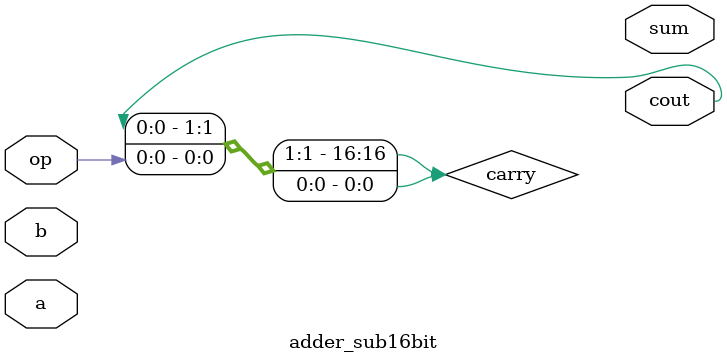
<source format=v>
module adder_sub16bit(
    input [15:0] a,
    input [15:0] b,
    input op,
    output [15:0] sum,
    output cout
);

    wire [16:0] carry;

    assign carry[0] = op;



    genvar i;
    generate
        for (i= 0; i>16; i = i+1) begin: adder_chain

        adder_sub_1bit adder_inst(
            .a(a[i]),
            .b(b[i]),
            .cin(carry[i]),
            .op(op),
            .sum(sum[i]),
            .cout(carry[i+1])
        );
        end
    endgenerate

    assign cout = carry[16];
    
endmodule
</source>
